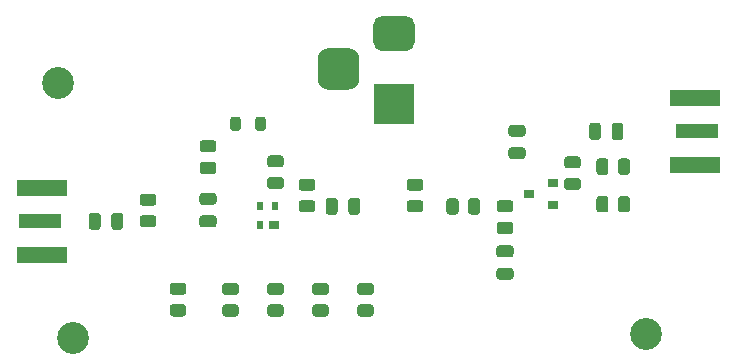
<source format=gbr>
%TF.GenerationSoftware,KiCad,Pcbnew,(5.1.9)-1*%
%TF.CreationDate,2021-01-26T13:47:22-05:00*%
%TF.ProjectId,LNA_1,4c4e415f-312e-46b6-9963-61645f706362,rev?*%
%TF.SameCoordinates,Original*%
%TF.FileFunction,Soldermask,Top*%
%TF.FilePolarity,Negative*%
%FSLAX46Y46*%
G04 Gerber Fmt 4.6, Leading zero omitted, Abs format (unit mm)*
G04 Created by KiCad (PCBNEW (5.1.9)-1) date 2021-01-26 13:47:22*
%MOMM*%
%LPD*%
G01*
G04 APERTURE LIST*
%ADD10R,4.200000X1.350000*%
%ADD11R,3.600000X1.270000*%
%ADD12R,3.500000X3.500000*%
%ADD13C,2.700000*%
%ADD14R,0.900000X0.800000*%
%ADD15R,0.600000X0.800000*%
G04 APERTURE END LIST*
D10*
%TO.C,J2*%
X138738000Y-58135000D03*
X138738000Y-63785000D03*
D11*
X138938000Y-60960000D03*
%TD*%
D10*
%TO.C,J1*%
X83512000Y-71405000D03*
X83512000Y-65755000D03*
D11*
X83312000Y-68580000D03*
%TD*%
%TO.C,J3*%
G36*
G01*
X107709000Y-53924000D02*
X109459000Y-53924000D01*
G75*
G02*
X110334000Y-54799000I0J-875000D01*
G01*
X110334000Y-56549000D01*
G75*
G02*
X109459000Y-57424000I-875000J0D01*
G01*
X107709000Y-57424000D01*
G75*
G02*
X106834000Y-56549000I0J875000D01*
G01*
X106834000Y-54799000D01*
G75*
G02*
X107709000Y-53924000I875000J0D01*
G01*
G37*
G36*
G01*
X112284000Y-51174000D02*
X114284000Y-51174000D01*
G75*
G02*
X115034000Y-51924000I0J-750000D01*
G01*
X115034000Y-53424000D01*
G75*
G02*
X114284000Y-54174000I-750000J0D01*
G01*
X112284000Y-54174000D01*
G75*
G02*
X111534000Y-53424000I0J750000D01*
G01*
X111534000Y-51924000D01*
G75*
G02*
X112284000Y-51174000I750000J0D01*
G01*
G37*
D12*
X113284000Y-58674000D03*
%TD*%
D13*
%TO.C,REF\u002A\u002A*%
X134620000Y-78105000D03*
%TD*%
%TO.C,REF\u002A\u002A*%
X86106000Y-78486000D03*
%TD*%
%TO.C,REF\u002A\u002A*%
X84836000Y-56896000D03*
%TD*%
%TO.C,CC1*%
G36*
G01*
X87450000Y-69055000D02*
X87450000Y-68105000D01*
G75*
G02*
X87700000Y-67855000I250000J0D01*
G01*
X88200000Y-67855000D01*
G75*
G02*
X88450000Y-68105000I0J-250000D01*
G01*
X88450000Y-69055000D01*
G75*
G02*
X88200000Y-69305000I-250000J0D01*
G01*
X87700000Y-69305000D01*
G75*
G02*
X87450000Y-69055000I0J250000D01*
G01*
G37*
G36*
G01*
X89350000Y-69055000D02*
X89350000Y-68105000D01*
G75*
G02*
X89600000Y-67855000I250000J0D01*
G01*
X90100000Y-67855000D01*
G75*
G02*
X90350000Y-68105000I0J-250000D01*
G01*
X90350000Y-69055000D01*
G75*
G02*
X90100000Y-69305000I-250000J0D01*
G01*
X89600000Y-69305000D01*
G75*
G02*
X89350000Y-69055000I0J250000D01*
G01*
G37*
%TD*%
%TO.C,CC2*%
G36*
G01*
X97061000Y-68080000D02*
X98011000Y-68080000D01*
G75*
G02*
X98261000Y-68330000I0J-250000D01*
G01*
X98261000Y-68830000D01*
G75*
G02*
X98011000Y-69080000I-250000J0D01*
G01*
X97061000Y-69080000D01*
G75*
G02*
X96811000Y-68830000I0J250000D01*
G01*
X96811000Y-68330000D01*
G75*
G02*
X97061000Y-68080000I250000J0D01*
G01*
G37*
G36*
G01*
X97061000Y-66180000D02*
X98011000Y-66180000D01*
G75*
G02*
X98261000Y-66430000I0J-250000D01*
G01*
X98261000Y-66930000D01*
G75*
G02*
X98011000Y-67180000I-250000J0D01*
G01*
X97061000Y-67180000D01*
G75*
G02*
X96811000Y-66930000I0J250000D01*
G01*
X96811000Y-66430000D01*
G75*
G02*
X97061000Y-66180000I250000J0D01*
G01*
G37*
%TD*%
%TO.C,CC3*%
G36*
G01*
X107516000Y-67785000D02*
X107516000Y-66835000D01*
G75*
G02*
X107766000Y-66585000I250000J0D01*
G01*
X108266000Y-66585000D01*
G75*
G02*
X108516000Y-66835000I0J-250000D01*
G01*
X108516000Y-67785000D01*
G75*
G02*
X108266000Y-68035000I-250000J0D01*
G01*
X107766000Y-68035000D01*
G75*
G02*
X107516000Y-67785000I0J250000D01*
G01*
G37*
G36*
G01*
X109416000Y-67785000D02*
X109416000Y-66835000D01*
G75*
G02*
X109666000Y-66585000I250000J0D01*
G01*
X110166000Y-66585000D01*
G75*
G02*
X110416000Y-66835000I0J-250000D01*
G01*
X110416000Y-67785000D01*
G75*
G02*
X110166000Y-68035000I-250000J0D01*
G01*
X109666000Y-68035000D01*
G75*
G02*
X109416000Y-67785000I0J250000D01*
G01*
G37*
%TD*%
%TO.C,CC4*%
G36*
G01*
X124173000Y-61399000D02*
X123223000Y-61399000D01*
G75*
G02*
X122973000Y-61149000I0J250000D01*
G01*
X122973000Y-60649000D01*
G75*
G02*
X123223000Y-60399000I250000J0D01*
G01*
X124173000Y-60399000D01*
G75*
G02*
X124423000Y-60649000I0J-250000D01*
G01*
X124423000Y-61149000D01*
G75*
G02*
X124173000Y-61399000I-250000J0D01*
G01*
G37*
G36*
G01*
X124173000Y-63299000D02*
X123223000Y-63299000D01*
G75*
G02*
X122973000Y-63049000I0J250000D01*
G01*
X122973000Y-62549000D01*
G75*
G02*
X123223000Y-62299000I250000J0D01*
G01*
X124173000Y-62299000D01*
G75*
G02*
X124423000Y-62549000I0J-250000D01*
G01*
X124423000Y-63049000D01*
G75*
G02*
X124173000Y-63299000I-250000J0D01*
G01*
G37*
%TD*%
%TO.C,CC5*%
G36*
G01*
X129807000Y-61435000D02*
X129807000Y-60485000D01*
G75*
G02*
X130057000Y-60235000I250000J0D01*
G01*
X130557000Y-60235000D01*
G75*
G02*
X130807000Y-60485000I0J-250000D01*
G01*
X130807000Y-61435000D01*
G75*
G02*
X130557000Y-61685000I-250000J0D01*
G01*
X130057000Y-61685000D01*
G75*
G02*
X129807000Y-61435000I0J250000D01*
G01*
G37*
G36*
G01*
X131707000Y-61435000D02*
X131707000Y-60485000D01*
G75*
G02*
X131957000Y-60235000I250000J0D01*
G01*
X132457000Y-60235000D01*
G75*
G02*
X132707000Y-60485000I0J-250000D01*
G01*
X132707000Y-61435000D01*
G75*
G02*
X132457000Y-61685000I-250000J0D01*
G01*
X131957000Y-61685000D01*
G75*
G02*
X131707000Y-61435000I0J250000D01*
G01*
G37*
%TD*%
%TO.C,Csh2*%
G36*
G01*
X123157000Y-71620000D02*
X122207000Y-71620000D01*
G75*
G02*
X121957000Y-71370000I0J250000D01*
G01*
X121957000Y-70870000D01*
G75*
G02*
X122207000Y-70620000I250000J0D01*
G01*
X123157000Y-70620000D01*
G75*
G02*
X123407000Y-70870000I0J-250000D01*
G01*
X123407000Y-71370000D01*
G75*
G02*
X123157000Y-71620000I-250000J0D01*
G01*
G37*
G36*
G01*
X123157000Y-73520000D02*
X122207000Y-73520000D01*
G75*
G02*
X121957000Y-73270000I0J250000D01*
G01*
X121957000Y-72770000D01*
G75*
G02*
X122207000Y-72520000I250000J0D01*
G01*
X123157000Y-72520000D01*
G75*
G02*
X123407000Y-72770000I0J-250000D01*
G01*
X123407000Y-73270000D01*
G75*
G02*
X123157000Y-73520000I-250000J0D01*
G01*
G37*
%TD*%
%TO.C,LFB1*%
G36*
G01*
X102418500Y-59943750D02*
X102418500Y-60706250D01*
G75*
G02*
X102199750Y-60925000I-218750J0D01*
G01*
X101762250Y-60925000D01*
G75*
G02*
X101543500Y-60706250I0J218750D01*
G01*
X101543500Y-59943750D01*
G75*
G02*
X101762250Y-59725000I218750J0D01*
G01*
X102199750Y-59725000D01*
G75*
G02*
X102418500Y-59943750I0J-218750D01*
G01*
G37*
G36*
G01*
X100293500Y-59943750D02*
X100293500Y-60706250D01*
G75*
G02*
X100074750Y-60925000I-218750J0D01*
G01*
X99637250Y-60925000D01*
G75*
G02*
X99418500Y-60706250I0J218750D01*
G01*
X99418500Y-59943750D01*
G75*
G02*
X99637250Y-59725000I218750J0D01*
G01*
X100074750Y-59725000D01*
G75*
G02*
X100293500Y-59943750I0J-218750D01*
G01*
G37*
%TD*%
D14*
%TO.C,Q2*%
X126730000Y-67225000D03*
X126730000Y-65325000D03*
X124730000Y-66275000D03*
%TD*%
%TO.C,RB2*%
G36*
G01*
X115512002Y-65997500D02*
X114611998Y-65997500D01*
G75*
G02*
X114362000Y-65747502I0J249998D01*
G01*
X114362000Y-65222498D01*
G75*
G02*
X114611998Y-64972500I249998J0D01*
G01*
X115512002Y-64972500D01*
G75*
G02*
X115762000Y-65222498I0J-249998D01*
G01*
X115762000Y-65747502D01*
G75*
G02*
X115512002Y-65997500I-249998J0D01*
G01*
G37*
G36*
G01*
X115512002Y-67822500D02*
X114611998Y-67822500D01*
G75*
G02*
X114362000Y-67572502I0J249998D01*
G01*
X114362000Y-67047498D01*
G75*
G02*
X114611998Y-66797500I249998J0D01*
G01*
X115512002Y-66797500D01*
G75*
G02*
X115762000Y-67047498I0J-249998D01*
G01*
X115762000Y-67572502D01*
G75*
G02*
X115512002Y-67822500I-249998J0D01*
G01*
G37*
%TD*%
%TO.C,RB1A1*%
G36*
G01*
X92906002Y-67267500D02*
X92005998Y-67267500D01*
G75*
G02*
X91756000Y-67017502I0J249998D01*
G01*
X91756000Y-66492498D01*
G75*
G02*
X92005998Y-66242500I249998J0D01*
G01*
X92906002Y-66242500D01*
G75*
G02*
X93156000Y-66492498I0J-249998D01*
G01*
X93156000Y-67017502D01*
G75*
G02*
X92906002Y-67267500I-249998J0D01*
G01*
G37*
G36*
G01*
X92906002Y-69092500D02*
X92005998Y-69092500D01*
G75*
G02*
X91756000Y-68842502I0J249998D01*
G01*
X91756000Y-68317498D01*
G75*
G02*
X92005998Y-68067500I249998J0D01*
G01*
X92906002Y-68067500D01*
G75*
G02*
X93156000Y-68317498I0J-249998D01*
G01*
X93156000Y-68842502D01*
G75*
G02*
X92906002Y-69092500I-249998J0D01*
G01*
G37*
%TD*%
%TO.C,RC1*%
G36*
G01*
X106368002Y-67822500D02*
X105467998Y-67822500D01*
G75*
G02*
X105218000Y-67572502I0J249998D01*
G01*
X105218000Y-67047498D01*
G75*
G02*
X105467998Y-66797500I249998J0D01*
G01*
X106368002Y-66797500D01*
G75*
G02*
X106618000Y-67047498I0J-249998D01*
G01*
X106618000Y-67572502D01*
G75*
G02*
X106368002Y-67822500I-249998J0D01*
G01*
G37*
G36*
G01*
X106368002Y-65997500D02*
X105467998Y-65997500D01*
G75*
G02*
X105218000Y-65747502I0J249998D01*
G01*
X105218000Y-65222498D01*
G75*
G02*
X105467998Y-64972500I249998J0D01*
G01*
X106368002Y-64972500D01*
G75*
G02*
X106618000Y-65222498I0J-249998D01*
G01*
X106618000Y-65747502D01*
G75*
G02*
X106368002Y-65997500I-249998J0D01*
G01*
G37*
%TD*%
%TO.C,RE1*%
G36*
G01*
X95446002Y-76632500D02*
X94545998Y-76632500D01*
G75*
G02*
X94296000Y-76382502I0J249998D01*
G01*
X94296000Y-75857498D01*
G75*
G02*
X94545998Y-75607500I249998J0D01*
G01*
X95446002Y-75607500D01*
G75*
G02*
X95696000Y-75857498I0J-249998D01*
G01*
X95696000Y-76382502D01*
G75*
G02*
X95446002Y-76632500I-249998J0D01*
G01*
G37*
G36*
G01*
X95446002Y-74807500D02*
X94545998Y-74807500D01*
G75*
G02*
X94296000Y-74557502I0J249998D01*
G01*
X94296000Y-74032498D01*
G75*
G02*
X94545998Y-73782500I249998J0D01*
G01*
X95446002Y-73782500D01*
G75*
G02*
X95696000Y-74032498I0J-249998D01*
G01*
X95696000Y-74557502D01*
G75*
G02*
X95446002Y-74807500I-249998J0D01*
G01*
G37*
%TD*%
%TO.C,RE12*%
G36*
G01*
X99891002Y-74807500D02*
X98990998Y-74807500D01*
G75*
G02*
X98741000Y-74557502I0J249998D01*
G01*
X98741000Y-74032498D01*
G75*
G02*
X98990998Y-73782500I249998J0D01*
G01*
X99891002Y-73782500D01*
G75*
G02*
X100141000Y-74032498I0J-249998D01*
G01*
X100141000Y-74557502D01*
G75*
G02*
X99891002Y-74807500I-249998J0D01*
G01*
G37*
G36*
G01*
X99891002Y-76632500D02*
X98990998Y-76632500D01*
G75*
G02*
X98741000Y-76382502I0J249998D01*
G01*
X98741000Y-75857498D01*
G75*
G02*
X98990998Y-75607500I249998J0D01*
G01*
X99891002Y-75607500D01*
G75*
G02*
X100141000Y-75857498I0J-249998D01*
G01*
X100141000Y-76382502D01*
G75*
G02*
X99891002Y-76632500I-249998J0D01*
G01*
G37*
%TD*%
%TO.C,RE13*%
G36*
G01*
X103701002Y-76632500D02*
X102800998Y-76632500D01*
G75*
G02*
X102551000Y-76382502I0J249998D01*
G01*
X102551000Y-75857498D01*
G75*
G02*
X102800998Y-75607500I249998J0D01*
G01*
X103701002Y-75607500D01*
G75*
G02*
X103951000Y-75857498I0J-249998D01*
G01*
X103951000Y-76382502D01*
G75*
G02*
X103701002Y-76632500I-249998J0D01*
G01*
G37*
G36*
G01*
X103701002Y-74807500D02*
X102800998Y-74807500D01*
G75*
G02*
X102551000Y-74557502I0J249998D01*
G01*
X102551000Y-74032498D01*
G75*
G02*
X102800998Y-73782500I249998J0D01*
G01*
X103701002Y-73782500D01*
G75*
G02*
X103951000Y-74032498I0J-249998D01*
G01*
X103951000Y-74557502D01*
G75*
G02*
X103701002Y-74807500I-249998J0D01*
G01*
G37*
%TD*%
%TO.C,RE14*%
G36*
G01*
X107511002Y-76632500D02*
X106610998Y-76632500D01*
G75*
G02*
X106361000Y-76382502I0J249998D01*
G01*
X106361000Y-75857498D01*
G75*
G02*
X106610998Y-75607500I249998J0D01*
G01*
X107511002Y-75607500D01*
G75*
G02*
X107761000Y-75857498I0J-249998D01*
G01*
X107761000Y-76382502D01*
G75*
G02*
X107511002Y-76632500I-249998J0D01*
G01*
G37*
G36*
G01*
X107511002Y-74807500D02*
X106610998Y-74807500D01*
G75*
G02*
X106361000Y-74557502I0J249998D01*
G01*
X106361000Y-74032498D01*
G75*
G02*
X106610998Y-73782500I249998J0D01*
G01*
X107511002Y-73782500D01*
G75*
G02*
X107761000Y-74032498I0J-249998D01*
G01*
X107761000Y-74557502D01*
G75*
G02*
X107511002Y-74807500I-249998J0D01*
G01*
G37*
%TD*%
%TO.C,RE15*%
G36*
G01*
X111321002Y-74807500D02*
X110420998Y-74807500D01*
G75*
G02*
X110171000Y-74557502I0J249998D01*
G01*
X110171000Y-74032498D01*
G75*
G02*
X110420998Y-73782500I249998J0D01*
G01*
X111321002Y-73782500D01*
G75*
G02*
X111571000Y-74032498I0J-249998D01*
G01*
X111571000Y-74557502D01*
G75*
G02*
X111321002Y-74807500I-249998J0D01*
G01*
G37*
G36*
G01*
X111321002Y-76632500D02*
X110420998Y-76632500D01*
G75*
G02*
X110171000Y-76382502I0J249998D01*
G01*
X110171000Y-75857498D01*
G75*
G02*
X110420998Y-75607500I249998J0D01*
G01*
X111321002Y-75607500D01*
G75*
G02*
X111571000Y-75857498I0J-249998D01*
G01*
X111571000Y-76382502D01*
G75*
G02*
X111321002Y-76632500I-249998J0D01*
G01*
G37*
%TD*%
%TO.C,RE21*%
G36*
G01*
X133269500Y-66674998D02*
X133269500Y-67575002D01*
G75*
G02*
X133019502Y-67825000I-249998J0D01*
G01*
X132494498Y-67825000D01*
G75*
G02*
X132244500Y-67575002I0J249998D01*
G01*
X132244500Y-66674998D01*
G75*
G02*
X132494498Y-66425000I249998J0D01*
G01*
X133019502Y-66425000D01*
G75*
G02*
X133269500Y-66674998I0J-249998D01*
G01*
G37*
G36*
G01*
X131444500Y-66674998D02*
X131444500Y-67575002D01*
G75*
G02*
X131194502Y-67825000I-249998J0D01*
G01*
X130669498Y-67825000D01*
G75*
G02*
X130419500Y-67575002I0J249998D01*
G01*
X130419500Y-66674998D01*
G75*
G02*
X130669498Y-66425000I249998J0D01*
G01*
X131194502Y-66425000D01*
G75*
G02*
X131444500Y-66674998I0J-249998D01*
G01*
G37*
%TD*%
%TO.C,RE22*%
G36*
G01*
X131444500Y-63499998D02*
X131444500Y-64400002D01*
G75*
G02*
X131194502Y-64650000I-249998J0D01*
G01*
X130669498Y-64650000D01*
G75*
G02*
X130419500Y-64400002I0J249998D01*
G01*
X130419500Y-63499998D01*
G75*
G02*
X130669498Y-63250000I249998J0D01*
G01*
X131194502Y-63250000D01*
G75*
G02*
X131444500Y-63499998I0J-249998D01*
G01*
G37*
G36*
G01*
X133269500Y-63499998D02*
X133269500Y-64400002D01*
G75*
G02*
X133019502Y-64650000I-249998J0D01*
G01*
X132494498Y-64650000D01*
G75*
G02*
X132244500Y-64400002I0J249998D01*
G01*
X132244500Y-63499998D01*
G75*
G02*
X132494498Y-63250000I249998J0D01*
G01*
X133019502Y-63250000D01*
G75*
G02*
X133269500Y-63499998I0J-249998D01*
G01*
G37*
%TD*%
%TO.C,RFB1*%
G36*
G01*
X97986002Y-62742500D02*
X97085998Y-62742500D01*
G75*
G02*
X96836000Y-62492502I0J249998D01*
G01*
X96836000Y-61967498D01*
G75*
G02*
X97085998Y-61717500I249998J0D01*
G01*
X97986002Y-61717500D01*
G75*
G02*
X98236000Y-61967498I0J-249998D01*
G01*
X98236000Y-62492502D01*
G75*
G02*
X97986002Y-62742500I-249998J0D01*
G01*
G37*
G36*
G01*
X97986002Y-64567500D02*
X97085998Y-64567500D01*
G75*
G02*
X96836000Y-64317502I0J249998D01*
G01*
X96836000Y-63792498D01*
G75*
G02*
X97085998Y-63542500I249998J0D01*
G01*
X97986002Y-63542500D01*
G75*
G02*
X98236000Y-63792498I0J-249998D01*
G01*
X98236000Y-64317502D01*
G75*
G02*
X97986002Y-64567500I-249998J0D01*
G01*
G37*
%TD*%
%TO.C,RFB2*%
G36*
G01*
X102800998Y-62987500D02*
X103701002Y-62987500D01*
G75*
G02*
X103951000Y-63237498I0J-249998D01*
G01*
X103951000Y-63762502D01*
G75*
G02*
X103701002Y-64012500I-249998J0D01*
G01*
X102800998Y-64012500D01*
G75*
G02*
X102551000Y-63762502I0J249998D01*
G01*
X102551000Y-63237498D01*
G75*
G02*
X102800998Y-62987500I249998J0D01*
G01*
G37*
G36*
G01*
X102800998Y-64812500D02*
X103701002Y-64812500D01*
G75*
G02*
X103951000Y-65062498I0J-249998D01*
G01*
X103951000Y-65587502D01*
G75*
G02*
X103701002Y-65837500I-249998J0D01*
G01*
X102800998Y-65837500D01*
G75*
G02*
X102551000Y-65587502I0J249998D01*
G01*
X102551000Y-65062498D01*
G75*
G02*
X102800998Y-64812500I249998J0D01*
G01*
G37*
%TD*%
%TO.C,Ri2*%
G36*
G01*
X120574500Y-66859998D02*
X120574500Y-67760002D01*
G75*
G02*
X120324502Y-68010000I-249998J0D01*
G01*
X119799498Y-68010000D01*
G75*
G02*
X119549500Y-67760002I0J249998D01*
G01*
X119549500Y-66859998D01*
G75*
G02*
X119799498Y-66610000I249998J0D01*
G01*
X120324502Y-66610000D01*
G75*
G02*
X120574500Y-66859998I0J-249998D01*
G01*
G37*
G36*
G01*
X118749500Y-66859998D02*
X118749500Y-67760002D01*
G75*
G02*
X118499502Y-68010000I-249998J0D01*
G01*
X117974498Y-68010000D01*
G75*
G02*
X117724500Y-67760002I0J249998D01*
G01*
X117724500Y-66859998D01*
G75*
G02*
X117974498Y-66610000I249998J0D01*
G01*
X118499502Y-66610000D01*
G75*
G02*
X118749500Y-66859998I0J-249998D01*
G01*
G37*
%TD*%
%TO.C,Ro1*%
G36*
G01*
X127946998Y-63067500D02*
X128847002Y-63067500D01*
G75*
G02*
X129097000Y-63317498I0J-249998D01*
G01*
X129097000Y-63842502D01*
G75*
G02*
X128847002Y-64092500I-249998J0D01*
G01*
X127946998Y-64092500D01*
G75*
G02*
X127697000Y-63842502I0J249998D01*
G01*
X127697000Y-63317498D01*
G75*
G02*
X127946998Y-63067500I249998J0D01*
G01*
G37*
G36*
G01*
X127946998Y-64892500D02*
X128847002Y-64892500D01*
G75*
G02*
X129097000Y-65142498I0J-249998D01*
G01*
X129097000Y-65667502D01*
G75*
G02*
X128847002Y-65917500I-249998J0D01*
G01*
X127946998Y-65917500D01*
G75*
G02*
X127697000Y-65667502I0J249998D01*
G01*
X127697000Y-65142498D01*
G75*
G02*
X127946998Y-64892500I249998J0D01*
G01*
G37*
%TD*%
%TO.C,Rsh2*%
G36*
G01*
X122231998Y-68622500D02*
X123132002Y-68622500D01*
G75*
G02*
X123382000Y-68872498I0J-249998D01*
G01*
X123382000Y-69397502D01*
G75*
G02*
X123132002Y-69647500I-249998J0D01*
G01*
X122231998Y-69647500D01*
G75*
G02*
X121982000Y-69397502I0J249998D01*
G01*
X121982000Y-68872498D01*
G75*
G02*
X122231998Y-68622500I249998J0D01*
G01*
G37*
G36*
G01*
X122231998Y-66797500D02*
X123132002Y-66797500D01*
G75*
G02*
X123382000Y-67047498I0J-249998D01*
G01*
X123382000Y-67572502D01*
G75*
G02*
X123132002Y-67822500I-249998J0D01*
G01*
X122231998Y-67822500D01*
G75*
G02*
X121982000Y-67572502I0J249998D01*
G01*
X121982000Y-67047498D01*
G75*
G02*
X122231998Y-66797500I249998J0D01*
G01*
G37*
%TD*%
D15*
%TO.C,U1*%
X101951000Y-68910000D03*
D14*
X103101000Y-68910000D03*
D15*
X103251000Y-67310000D03*
X101951000Y-67310000D03*
%TD*%
M02*

</source>
